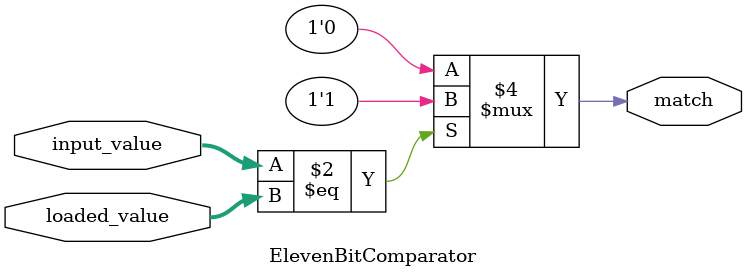
<source format=v>
module ElevenBitComparator (
  input [10:0] input_value,
  input [10:0] loaded_value,
  output reg match
);

  always @(input_value, loaded_value) begin
    if (input_value == loaded_value) begin
      match = 1;  // Output high if input matches loaded value
    end else begin
      match = 0;  // Output low otherwise
    end
  end

endmodule
</source>
